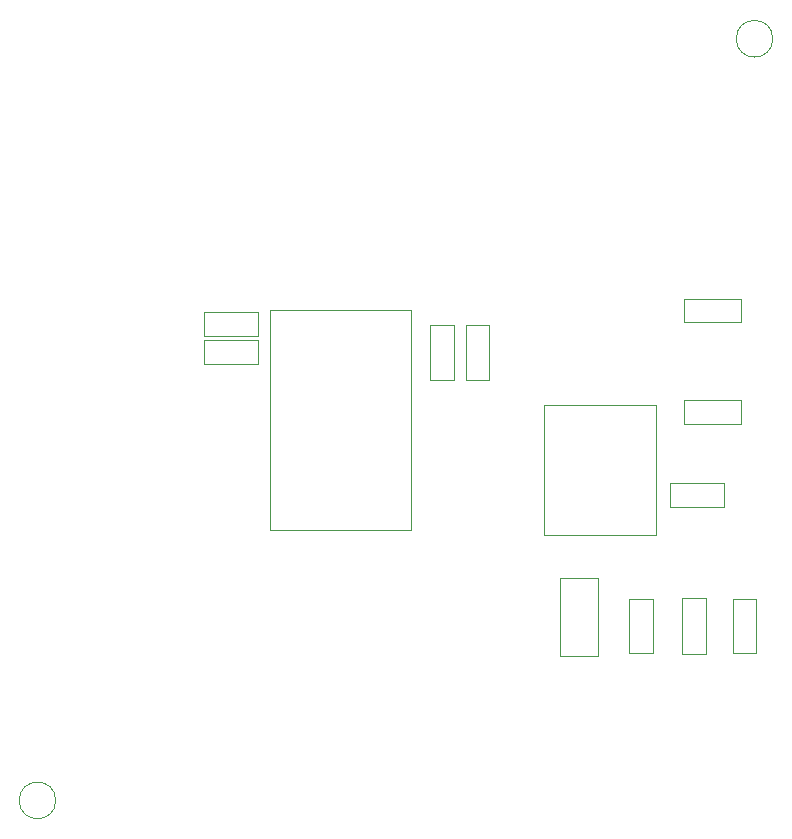
<source format=gbr>
G04 #@! TF.FileFunction,Other,User*
%FSLAX46Y46*%
G04 Gerber Fmt 4.6, Leading zero omitted, Abs format (unit mm)*
G04 Created by KiCad (PCBNEW no-vcs-found-product) date Thu Nov 24 16:10:56 2016*
%MOMM*%
%LPD*%
G01*
G04 APERTURE LIST*
%ADD10C,0.100000*%
%ADD11C,0.050000*%
G04 APERTURE END LIST*
D10*
D11*
X162100000Y-118110000D02*
X162100000Y-111510000D01*
X165300000Y-118110000D02*
X165300000Y-111510000D01*
X162100000Y-118110000D02*
X165300000Y-118110000D01*
X162100000Y-111510000D02*
X165300000Y-111510000D01*
X167940000Y-117850000D02*
X167940000Y-113250000D01*
X169940000Y-117850000D02*
X169940000Y-113250000D01*
X167940000Y-117850000D02*
X169940000Y-117850000D01*
X167940000Y-113250000D02*
X169940000Y-113250000D01*
X178690000Y-113250000D02*
X178690000Y-117850000D01*
X176690000Y-113250000D02*
X176690000Y-117850000D01*
X178690000Y-113250000D02*
X176690000Y-113250000D01*
X178690000Y-117850000D02*
X176690000Y-117850000D01*
X131920000Y-88990000D02*
X136520000Y-88990000D01*
X131920000Y-90990000D02*
X136520000Y-90990000D01*
X131920000Y-88990000D02*
X131920000Y-90990000D01*
X136520000Y-88990000D02*
X136520000Y-90990000D01*
X171400000Y-103450000D02*
X176000000Y-103450000D01*
X171400000Y-105450000D02*
X176000000Y-105450000D01*
X171400000Y-103450000D02*
X171400000Y-105450000D01*
X176000000Y-103450000D02*
X176000000Y-105450000D01*
X156100000Y-90100000D02*
X156100000Y-94700000D01*
X154100000Y-90100000D02*
X154100000Y-94700000D01*
X156100000Y-90100000D02*
X154100000Y-90100000D01*
X156100000Y-94700000D02*
X154100000Y-94700000D01*
X153070000Y-90100000D02*
X153070000Y-94700000D01*
X151070000Y-90100000D02*
X151070000Y-94700000D01*
X153070000Y-90100000D02*
X151070000Y-90100000D01*
X153070000Y-94700000D02*
X151070000Y-94700000D01*
X172440000Y-117950000D02*
X172440000Y-113150000D01*
X174440000Y-117950000D02*
X174440000Y-113150000D01*
X172440000Y-117950000D02*
X174440000Y-117950000D01*
X172440000Y-113150000D02*
X174440000Y-113150000D01*
X172600000Y-96450000D02*
X177400000Y-96450000D01*
X172600000Y-98450000D02*
X177400000Y-98450000D01*
X172600000Y-96450000D02*
X172600000Y-98450000D01*
X177400000Y-96450000D02*
X177400000Y-98450000D01*
X172600000Y-87850000D02*
X177400000Y-87850000D01*
X172600000Y-89850000D02*
X177400000Y-89850000D01*
X172600000Y-87850000D02*
X172600000Y-89850000D01*
X177400000Y-87850000D02*
X177400000Y-89850000D01*
X160750000Y-96850000D02*
X160750000Y-107850000D01*
X170250000Y-96850000D02*
X170250000Y-107850000D01*
X160750000Y-96850000D02*
X170250000Y-96850000D01*
X160750000Y-107850000D02*
X170250000Y-107850000D01*
X137555000Y-88825000D02*
X137555000Y-107425000D01*
X149455000Y-88825000D02*
X149455000Y-107425000D01*
X137555000Y-88825000D02*
X149455000Y-88825000D01*
X137555000Y-107425000D02*
X149455000Y-107425000D01*
X119390000Y-130330000D02*
G75*
G03X119390000Y-130330000I-1550000J0D01*
G01*
X180100000Y-65840000D02*
G75*
G03X180100000Y-65840000I-1550000J0D01*
G01*
X136520000Y-93390000D02*
X131920000Y-93390000D01*
X136520000Y-91390000D02*
X131920000Y-91390000D01*
X136520000Y-93390000D02*
X136520000Y-91390000D01*
X131920000Y-93390000D02*
X131920000Y-91390000D01*
M02*

</source>
